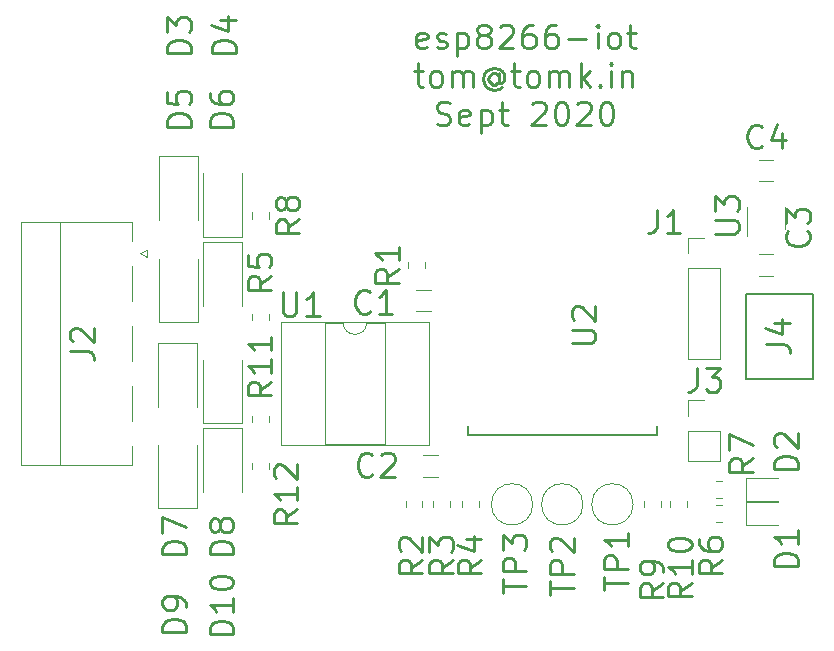
<source format=gbr>
%TF.GenerationSoftware,KiCad,Pcbnew,5.1.6-c6e7f7d~87~ubuntu20.04.1*%
%TF.CreationDate,2020-09-20T16:33:26-07:00*%
%TF.ProjectId,esp8266-iot,65737038-3236-4362-9d69-6f742e6b6963,rev?*%
%TF.SameCoordinates,Original*%
%TF.FileFunction,Legend,Top*%
%TF.FilePolarity,Positive*%
%FSLAX46Y46*%
G04 Gerber Fmt 4.6, Leading zero omitted, Abs format (unit mm)*
G04 Created by KiCad (PCBNEW 5.1.6-c6e7f7d~87~ubuntu20.04.1) date 2020-09-20 16:33:26*
%MOMM*%
%LPD*%
G01*
G04 APERTURE LIST*
%ADD10C,0.250000*%
%ADD11C,0.152400*%
%ADD12C,0.120000*%
%ADD13C,0.150000*%
G04 APERTURE END LIST*
D10*
X-733333Y24440476D02*
X-923809Y24345238D01*
X-1304761Y24345238D01*
X-1495238Y24440476D01*
X-1590476Y24630952D01*
X-1590476Y25392857D01*
X-1495238Y25583333D01*
X-1304761Y25678571D01*
X-923809Y25678571D01*
X-733333Y25583333D01*
X-638095Y25392857D01*
X-638095Y25202380D01*
X-1590476Y25011904D01*
X123809Y24440476D02*
X314285Y24345238D01*
X695238Y24345238D01*
X885714Y24440476D01*
X980952Y24630952D01*
X980952Y24726190D01*
X885714Y24916666D01*
X695238Y25011904D01*
X409523Y25011904D01*
X219047Y25107142D01*
X123809Y25297619D01*
X123809Y25392857D01*
X219047Y25583333D01*
X409523Y25678571D01*
X695238Y25678571D01*
X885714Y25583333D01*
X1838095Y25678571D02*
X1838095Y23678571D01*
X1838095Y25583333D02*
X2028571Y25678571D01*
X2409523Y25678571D01*
X2600000Y25583333D01*
X2695238Y25488095D01*
X2790476Y25297619D01*
X2790476Y24726190D01*
X2695238Y24535714D01*
X2600000Y24440476D01*
X2409523Y24345238D01*
X2028571Y24345238D01*
X1838095Y24440476D01*
X3933333Y25488095D02*
X3742857Y25583333D01*
X3647619Y25678571D01*
X3552380Y25869047D01*
X3552380Y25964285D01*
X3647619Y26154761D01*
X3742857Y26250000D01*
X3933333Y26345238D01*
X4314285Y26345238D01*
X4504761Y26250000D01*
X4599999Y26154761D01*
X4695238Y25964285D01*
X4695238Y25869047D01*
X4599999Y25678571D01*
X4504761Y25583333D01*
X4314285Y25488095D01*
X3933333Y25488095D01*
X3742857Y25392857D01*
X3647619Y25297619D01*
X3552380Y25107142D01*
X3552380Y24726190D01*
X3647619Y24535714D01*
X3742857Y24440476D01*
X3933333Y24345238D01*
X4314285Y24345238D01*
X4504761Y24440476D01*
X4599999Y24535714D01*
X4695238Y24726190D01*
X4695238Y25107142D01*
X4599999Y25297619D01*
X4504761Y25392857D01*
X4314285Y25488095D01*
X5457142Y26154761D02*
X5552380Y26250000D01*
X5742857Y26345238D01*
X6219047Y26345238D01*
X6409523Y26250000D01*
X6504761Y26154761D01*
X6600000Y25964285D01*
X6600000Y25773809D01*
X6504761Y25488095D01*
X5361904Y24345238D01*
X6600000Y24345238D01*
X8314285Y26345238D02*
X7933333Y26345238D01*
X7742857Y26250000D01*
X7647619Y26154761D01*
X7457142Y25869047D01*
X7361904Y25488095D01*
X7361904Y24726190D01*
X7457142Y24535714D01*
X7552380Y24440476D01*
X7742857Y24345238D01*
X8123809Y24345238D01*
X8314285Y24440476D01*
X8409523Y24535714D01*
X8504761Y24726190D01*
X8504761Y25202380D01*
X8409523Y25392857D01*
X8314285Y25488095D01*
X8123809Y25583333D01*
X7742857Y25583333D01*
X7552380Y25488095D01*
X7457142Y25392857D01*
X7361904Y25202380D01*
X10219047Y26345238D02*
X9838095Y26345238D01*
X9647619Y26250000D01*
X9552380Y26154761D01*
X9361904Y25869047D01*
X9266666Y25488095D01*
X9266666Y24726190D01*
X9361904Y24535714D01*
X9457142Y24440476D01*
X9647619Y24345238D01*
X10028571Y24345238D01*
X10219047Y24440476D01*
X10314285Y24535714D01*
X10409523Y24726190D01*
X10409523Y25202380D01*
X10314285Y25392857D01*
X10219047Y25488095D01*
X10028571Y25583333D01*
X9647619Y25583333D01*
X9457142Y25488095D01*
X9361904Y25392857D01*
X9266666Y25202380D01*
X11266666Y25107142D02*
X12790476Y25107142D01*
X13742857Y24345238D02*
X13742857Y25678571D01*
X13742857Y26345238D02*
X13647619Y26250000D01*
X13742857Y26154761D01*
X13838095Y26250000D01*
X13742857Y26345238D01*
X13742857Y26154761D01*
X14980952Y24345238D02*
X14790476Y24440476D01*
X14695238Y24535714D01*
X14599999Y24726190D01*
X14599999Y25297619D01*
X14695238Y25488095D01*
X14790476Y25583333D01*
X14980952Y25678571D01*
X15266666Y25678571D01*
X15457142Y25583333D01*
X15552380Y25488095D01*
X15647619Y25297619D01*
X15647619Y24726190D01*
X15552380Y24535714D01*
X15457142Y24440476D01*
X15266666Y24345238D01*
X14980952Y24345238D01*
X16219047Y25678571D02*
X16980952Y25678571D01*
X16504761Y26345238D02*
X16504761Y24630952D01*
X16599999Y24440476D01*
X16790476Y24345238D01*
X16980952Y24345238D01*
X-1780952Y22428571D02*
X-1019047Y22428571D01*
X-1495238Y23095238D02*
X-1495238Y21380952D01*
X-1400000Y21190476D01*
X-1209523Y21095238D01*
X-1019047Y21095238D01*
X-66666Y21095238D02*
X-257142Y21190476D01*
X-352380Y21285714D01*
X-447619Y21476190D01*
X-447619Y22047619D01*
X-352380Y22238095D01*
X-257142Y22333333D01*
X-66666Y22428571D01*
X219047Y22428571D01*
X409523Y22333333D01*
X504761Y22238095D01*
X600000Y22047619D01*
X600000Y21476190D01*
X504761Y21285714D01*
X409523Y21190476D01*
X219047Y21095238D01*
X-66666Y21095238D01*
X1457142Y21095238D02*
X1457142Y22428571D01*
X1457142Y22238095D02*
X1552380Y22333333D01*
X1742857Y22428571D01*
X2028571Y22428571D01*
X2219047Y22333333D01*
X2314285Y22142857D01*
X2314285Y21095238D01*
X2314285Y22142857D02*
X2409523Y22333333D01*
X2600000Y22428571D01*
X2885714Y22428571D01*
X3076190Y22333333D01*
X3171428Y22142857D01*
X3171428Y21095238D01*
X5361904Y22047619D02*
X5266666Y22142857D01*
X5076190Y22238095D01*
X4885714Y22238095D01*
X4695238Y22142857D01*
X4600000Y22047619D01*
X4504761Y21857142D01*
X4504761Y21666666D01*
X4600000Y21476190D01*
X4695238Y21380952D01*
X4885714Y21285714D01*
X5076190Y21285714D01*
X5266666Y21380952D01*
X5361904Y21476190D01*
X5361904Y22238095D02*
X5361904Y21476190D01*
X5457142Y21380952D01*
X5552380Y21380952D01*
X5742857Y21476190D01*
X5838095Y21666666D01*
X5838095Y22142857D01*
X5647619Y22428571D01*
X5361904Y22619047D01*
X4980952Y22714285D01*
X4600000Y22619047D01*
X4314285Y22428571D01*
X4123809Y22142857D01*
X4028571Y21761904D01*
X4123809Y21380952D01*
X4314285Y21095238D01*
X4600000Y20904761D01*
X4980952Y20809523D01*
X5361904Y20904761D01*
X5647619Y21095238D01*
X6409523Y22428571D02*
X7171428Y22428571D01*
X6695238Y23095238D02*
X6695238Y21380952D01*
X6790476Y21190476D01*
X6980952Y21095238D01*
X7171428Y21095238D01*
X8123809Y21095238D02*
X7933333Y21190476D01*
X7838095Y21285714D01*
X7742857Y21476190D01*
X7742857Y22047619D01*
X7838095Y22238095D01*
X7933333Y22333333D01*
X8123809Y22428571D01*
X8409523Y22428571D01*
X8600000Y22333333D01*
X8695238Y22238095D01*
X8790476Y22047619D01*
X8790476Y21476190D01*
X8695238Y21285714D01*
X8600000Y21190476D01*
X8409523Y21095238D01*
X8123809Y21095238D01*
X9647619Y21095238D02*
X9647619Y22428571D01*
X9647619Y22238095D02*
X9742857Y22333333D01*
X9933333Y22428571D01*
X10219047Y22428571D01*
X10409523Y22333333D01*
X10504761Y22142857D01*
X10504761Y21095238D01*
X10504761Y22142857D02*
X10600000Y22333333D01*
X10790476Y22428571D01*
X11076190Y22428571D01*
X11266666Y22333333D01*
X11361904Y22142857D01*
X11361904Y21095238D01*
X12314285Y21095238D02*
X12314285Y23095238D01*
X12504761Y21857142D02*
X13076190Y21095238D01*
X13076190Y22428571D02*
X12314285Y21666666D01*
X13933333Y21285714D02*
X14028571Y21190476D01*
X13933333Y21095238D01*
X13838095Y21190476D01*
X13933333Y21285714D01*
X13933333Y21095238D01*
X14885714Y21095238D02*
X14885714Y22428571D01*
X14885714Y23095238D02*
X14790476Y23000000D01*
X14885714Y22904761D01*
X14980952Y23000000D01*
X14885714Y23095238D01*
X14885714Y22904761D01*
X15838095Y22428571D02*
X15838095Y21095238D01*
X15838095Y22238095D02*
X15933333Y22333333D01*
X16123809Y22428571D01*
X16409523Y22428571D01*
X16600000Y22333333D01*
X16695238Y22142857D01*
X16695238Y21095238D01*
X123809Y17940476D02*
X409523Y17845238D01*
X885714Y17845238D01*
X1076190Y17940476D01*
X1171428Y18035714D01*
X1266666Y18226190D01*
X1266666Y18416666D01*
X1171428Y18607142D01*
X1076190Y18702380D01*
X885714Y18797619D01*
X504761Y18892857D01*
X314285Y18988095D01*
X219047Y19083333D01*
X123809Y19273809D01*
X123809Y19464285D01*
X219047Y19654761D01*
X314285Y19750000D01*
X504761Y19845238D01*
X980952Y19845238D01*
X1266666Y19750000D01*
X2885714Y17940476D02*
X2695238Y17845238D01*
X2314285Y17845238D01*
X2123809Y17940476D01*
X2028571Y18130952D01*
X2028571Y18892857D01*
X2123809Y19083333D01*
X2314285Y19178571D01*
X2695238Y19178571D01*
X2885714Y19083333D01*
X2980952Y18892857D01*
X2980952Y18702380D01*
X2028571Y18511904D01*
X3838095Y19178571D02*
X3838095Y17178571D01*
X3838095Y19083333D02*
X4028571Y19178571D01*
X4409523Y19178571D01*
X4599999Y19083333D01*
X4695238Y18988095D01*
X4790476Y18797619D01*
X4790476Y18226190D01*
X4695238Y18035714D01*
X4599999Y17940476D01*
X4409523Y17845238D01*
X4028571Y17845238D01*
X3838095Y17940476D01*
X5361904Y19178571D02*
X6123809Y19178571D01*
X5647619Y19845238D02*
X5647619Y18130952D01*
X5742857Y17940476D01*
X5933333Y17845238D01*
X6123809Y17845238D01*
X8219047Y19654761D02*
X8314285Y19750000D01*
X8504761Y19845238D01*
X8980952Y19845238D01*
X9171428Y19750000D01*
X9266666Y19654761D01*
X9361904Y19464285D01*
X9361904Y19273809D01*
X9266666Y18988095D01*
X8123809Y17845238D01*
X9361904Y17845238D01*
X10599999Y19845238D02*
X10790476Y19845238D01*
X10980952Y19750000D01*
X11076190Y19654761D01*
X11171428Y19464285D01*
X11266666Y19083333D01*
X11266666Y18607142D01*
X11171428Y18226190D01*
X11076190Y18035714D01*
X10980952Y17940476D01*
X10790476Y17845238D01*
X10599999Y17845238D01*
X10409523Y17940476D01*
X10314285Y18035714D01*
X10219047Y18226190D01*
X10123809Y18607142D01*
X10123809Y19083333D01*
X10219047Y19464285D01*
X10314285Y19654761D01*
X10409523Y19750000D01*
X10599999Y19845238D01*
X12028571Y19654761D02*
X12123809Y19750000D01*
X12314285Y19845238D01*
X12790476Y19845238D01*
X12980952Y19750000D01*
X13076190Y19654761D01*
X13171428Y19464285D01*
X13171428Y19273809D01*
X13076190Y18988095D01*
X11933333Y17845238D01*
X13171428Y17845238D01*
X14409523Y19845238D02*
X14599999Y19845238D01*
X14790476Y19750000D01*
X14885714Y19654761D01*
X14980952Y19464285D01*
X15076190Y19083333D01*
X15076190Y18607142D01*
X14980952Y18226190D01*
X14885714Y18035714D01*
X14790476Y17940476D01*
X14599999Y17845238D01*
X14409523Y17845238D01*
X14219047Y17940476D01*
X14123809Y18035714D01*
X14028571Y18226190D01*
X13933333Y18607142D01*
X13933333Y19083333D01*
X14028571Y19464285D01*
X14123809Y19654761D01*
X14219047Y19750000D01*
X14409523Y19845238D01*
D11*
%TO.C,U2*%
X2734000Y-7609000D02*
X2734000Y-8371000D01*
X2734000Y-8371000D02*
X18736000Y-8371000D01*
X18736000Y-8371000D02*
X18736000Y-7609000D01*
D12*
%TO.C,U1*%
X-7800000Y1140000D02*
X-9335000Y1140000D01*
X-9335000Y1140000D02*
X-9335000Y-9140000D01*
X-9335000Y-9140000D02*
X-4265000Y-9140000D01*
X-4265000Y-9140000D02*
X-4265000Y1140000D01*
X-4265000Y1140000D02*
X-5800000Y1140000D01*
X-13035000Y1200000D02*
X-13035000Y-9200000D01*
X-13035000Y-9200000D02*
X-565000Y-9200000D01*
X-565000Y-9200000D02*
X-565000Y1200000D01*
X-565000Y1200000D02*
X-13035000Y1200000D01*
X-5800000Y1140000D02*
G75*
G02*
X-7800000Y1140000I-1000000J0D01*
G01*
%TO.C,TP3*%
X8250000Y-14250000D02*
G75*
G03*
X8250000Y-14250000I-1750000J0D01*
G01*
%TO.C,TP2*%
X12500000Y-14250000D02*
G75*
G03*
X12500000Y-14250000I-1750000J0D01*
G01*
%TO.C,TP1*%
X16750000Y-14250000D02*
G75*
G03*
X16750000Y-14250000I-1750000J0D01*
G01*
%TO.C,U3*%
X26390000Y10900000D02*
X26390000Y8450000D01*
X29610000Y9100000D02*
X29610000Y10900000D01*
%TO.C,R12*%
X-15510000Y-10741422D02*
X-15510000Y-11258578D01*
X-14090000Y-10741422D02*
X-14090000Y-11258578D01*
%TO.C,R11*%
X-15510000Y-6741422D02*
X-15510000Y-7258578D01*
X-14090000Y-6741422D02*
X-14090000Y-7258578D01*
%TO.C,R10*%
X19890000Y-13941422D02*
X19890000Y-14458578D01*
X21310000Y-13941422D02*
X21310000Y-14458578D01*
%TO.C,R9*%
X19110000Y-14508578D02*
X19110000Y-13991422D01*
X17690000Y-14508578D02*
X17690000Y-13991422D01*
%TO.C,R8*%
X-14090000Y9941422D02*
X-14090000Y10458578D01*
X-15510000Y9941422D02*
X-15510000Y10458578D01*
%TO.C,R7*%
X24258578Y-12290000D02*
X23741422Y-12290000D01*
X24258578Y-13710000D02*
X23741422Y-13710000D01*
%TO.C,R6*%
X24258578Y-14290000D02*
X23741422Y-14290000D01*
X24258578Y-15710000D02*
X23741422Y-15710000D01*
%TO.C,R5*%
X-14090000Y1341422D02*
X-14090000Y1858578D01*
X-15510000Y1341422D02*
X-15510000Y1858578D01*
%TO.C,R4*%
X3710000Y-14508578D02*
X3710000Y-13991422D01*
X2290000Y-14508578D02*
X2290000Y-13991422D01*
%TO.C,R3*%
X-210000Y-14508578D02*
X-210000Y-13991422D01*
X1210000Y-14508578D02*
X1210000Y-13991422D01*
%TO.C,R2*%
X-1090000Y-14458578D02*
X-1090000Y-13941422D01*
X-2510000Y-14458578D02*
X-2510000Y-13941422D01*
%TO.C,R1*%
X-2310000Y6258578D02*
X-2310000Y5741422D01*
X-890000Y6258578D02*
X-890000Y5741422D01*
D13*
%TO.C,J4*%
X26350000Y3600000D02*
X32000000Y3600000D01*
X26350000Y-3600000D02*
X26350000Y3600000D01*
X32000000Y-3600000D02*
X26350000Y-3600000D01*
X32000000Y-3600000D02*
X32000000Y3600000D01*
D12*
%TO.C,J3*%
X21420000Y-10620000D02*
X24080000Y-10620000D01*
X21420000Y-8020000D02*
X21420000Y-10620000D01*
X24080000Y-8020000D02*
X24080000Y-10620000D01*
X21420000Y-8020000D02*
X24080000Y-8020000D01*
X21420000Y-6750000D02*
X21420000Y-5420000D01*
X21420000Y-5420000D02*
X22750000Y-5420000D01*
%TO.C,J2*%
X-25690000Y9650000D02*
X-35110000Y9650000D01*
X-35110000Y9650000D02*
X-35110000Y-10890000D01*
X-35110000Y-10890000D02*
X-25690000Y-10890000D01*
X-25690000Y9650000D02*
X-25690000Y8050000D01*
X-25690000Y-10890000D02*
X-25690000Y-9290000D01*
X-25690000Y5950000D02*
X-25690000Y2970000D01*
X-25690000Y870000D02*
X-25690000Y-2110000D01*
X-25690000Y-4210000D02*
X-25690000Y-7190000D01*
X-31800000Y9650000D02*
X-31800000Y-10890000D01*
X-24400000Y6700000D02*
X-25000000Y7000000D01*
X-25000000Y7000000D02*
X-24400000Y7300000D01*
X-24400000Y7300000D02*
X-24400000Y6700000D01*
%TO.C,J1*%
X21420000Y8330000D02*
X22750000Y8330000D01*
X21420000Y7000000D02*
X21420000Y8330000D01*
X21420000Y5730000D02*
X24080000Y5730000D01*
X24080000Y5730000D02*
X24080000Y-1950000D01*
X21420000Y5730000D02*
X21420000Y-1950000D01*
X21420000Y-1950000D02*
X24080000Y-1950000D01*
%TO.C,D10*%
X-16350000Y-7800000D02*
X-16350000Y-13200000D01*
X-19650000Y-7800000D02*
X-19650000Y-13200000D01*
X-16350000Y-7800000D02*
X-19650000Y-7800000D01*
%TO.C,D9*%
X-23450000Y-14600000D02*
X-23450000Y-9200000D01*
X-20150000Y-14600000D02*
X-20150000Y-9200000D01*
X-23450000Y-14600000D02*
X-20150000Y-14600000D01*
%TO.C,D8*%
X-19650000Y-7400000D02*
X-19650000Y-2000000D01*
X-16350000Y-7400000D02*
X-16350000Y-2000000D01*
X-19650000Y-7400000D02*
X-16350000Y-7400000D01*
%TO.C,D7*%
X-20150000Y-600000D02*
X-20150000Y-6000000D01*
X-23450000Y-600000D02*
X-23450000Y-6000000D01*
X-20150000Y-600000D02*
X-23450000Y-600000D01*
%TO.C,D6*%
X-16350000Y7950000D02*
X-16350000Y2550000D01*
X-19650000Y7950000D02*
X-19650000Y2550000D01*
X-16350000Y7950000D02*
X-19650000Y7950000D01*
%TO.C,D5*%
X-23400000Y1150000D02*
X-23400000Y6550000D01*
X-20100000Y1150000D02*
X-20100000Y6550000D01*
X-23400000Y1150000D02*
X-20100000Y1150000D01*
%TO.C,D4*%
X-19650000Y8400000D02*
X-19650000Y13800000D01*
X-16350000Y8400000D02*
X-16350000Y13800000D01*
X-19650000Y8400000D02*
X-16350000Y8400000D01*
%TO.C,D3*%
X-20100000Y15200000D02*
X-20100000Y9800000D01*
X-23400000Y15200000D02*
X-23400000Y9800000D01*
X-20100000Y15200000D02*
X-23400000Y15200000D01*
%TO.C,D2*%
X29000000Y-12040000D02*
X26315000Y-12040000D01*
X26315000Y-12040000D02*
X26315000Y-13960000D01*
X26315000Y-13960000D02*
X29000000Y-13960000D01*
%TO.C,D1*%
X29000000Y-14040000D02*
X26315000Y-14040000D01*
X26315000Y-14040000D02*
X26315000Y-15960000D01*
X26315000Y-15960000D02*
X29000000Y-15960000D01*
%TO.C,C4*%
X27397936Y13090000D02*
X28602064Y13090000D01*
X27397936Y14910000D02*
X28602064Y14910000D01*
%TO.C,C3*%
X27397936Y5090000D02*
X28602064Y5090000D01*
X27397936Y6910000D02*
X28602064Y6910000D01*
%TO.C,C2*%
X-1002064Y-11910000D02*
X202064Y-11910000D01*
X-1002064Y-10090000D02*
X202064Y-10090000D01*
%TO.C,C1*%
X-1602064Y2090000D02*
X-397936Y2090000D01*
X-1602064Y3910000D02*
X-397936Y3910000D01*
%TO.C,U2*%
D10*
X11544761Y-623809D02*
X13163809Y-623809D01*
X13354285Y-528571D01*
X13449523Y-433333D01*
X13544761Y-242857D01*
X13544761Y138095D01*
X13449523Y328571D01*
X13354285Y423809D01*
X13163809Y519047D01*
X11544761Y519047D01*
X11735238Y1376190D02*
X11640000Y1471428D01*
X11544761Y1661904D01*
X11544761Y2138095D01*
X11640000Y2328571D01*
X11735238Y2423809D01*
X11925714Y2519047D01*
X12116190Y2519047D01*
X12401904Y2423809D01*
X13544761Y1280952D01*
X13544761Y2519047D01*
%TO.C,U1*%
X-12923809Y3695238D02*
X-12923809Y2076190D01*
X-12828571Y1885714D01*
X-12733333Y1790476D01*
X-12542857Y1695238D01*
X-12161904Y1695238D01*
X-11971428Y1790476D01*
X-11876190Y1885714D01*
X-11780952Y2076190D01*
X-11780952Y3695238D01*
X-9780952Y1695238D02*
X-10923809Y1695238D01*
X-10352380Y1695238D02*
X-10352380Y3695238D01*
X-10542857Y3409523D01*
X-10733333Y3219047D01*
X-10923809Y3123809D01*
%TO.C,TP3*%
X5704761Y-21723809D02*
X5704761Y-20580952D01*
X7704761Y-21152380D02*
X5704761Y-21152380D01*
X7704761Y-19914285D02*
X5704761Y-19914285D01*
X5704761Y-19152380D01*
X5800000Y-18961904D01*
X5895238Y-18866666D01*
X6085714Y-18771428D01*
X6371428Y-18771428D01*
X6561904Y-18866666D01*
X6657142Y-18961904D01*
X6752380Y-19152380D01*
X6752380Y-19914285D01*
X5704761Y-18104761D02*
X5704761Y-16866666D01*
X6466666Y-17533333D01*
X6466666Y-17247619D01*
X6561904Y-17057142D01*
X6657142Y-16961904D01*
X6847619Y-16866666D01*
X7323809Y-16866666D01*
X7514285Y-16961904D01*
X7609523Y-17057142D01*
X7704761Y-17247619D01*
X7704761Y-17819047D01*
X7609523Y-18009523D01*
X7514285Y-18104761D01*
%TO.C,TP2*%
X9704761Y-21923809D02*
X9704761Y-20780952D01*
X11704761Y-21352380D02*
X9704761Y-21352380D01*
X11704761Y-20114285D02*
X9704761Y-20114285D01*
X9704761Y-19352380D01*
X9800000Y-19161904D01*
X9895238Y-19066666D01*
X10085714Y-18971428D01*
X10371428Y-18971428D01*
X10561904Y-19066666D01*
X10657142Y-19161904D01*
X10752380Y-19352380D01*
X10752380Y-20114285D01*
X9895238Y-18209523D02*
X9800000Y-18114285D01*
X9704761Y-17923809D01*
X9704761Y-17447619D01*
X9800000Y-17257142D01*
X9895238Y-17161904D01*
X10085714Y-17066666D01*
X10276190Y-17066666D01*
X10561904Y-17161904D01*
X11704761Y-18304761D01*
X11704761Y-17066666D01*
%TO.C,TP1*%
X14304761Y-21523809D02*
X14304761Y-20380952D01*
X16304761Y-20952380D02*
X14304761Y-20952380D01*
X16304761Y-19714285D02*
X14304761Y-19714285D01*
X14304761Y-18952380D01*
X14400000Y-18761904D01*
X14495238Y-18666666D01*
X14685714Y-18571428D01*
X14971428Y-18571428D01*
X15161904Y-18666666D01*
X15257142Y-18761904D01*
X15352380Y-18952380D01*
X15352380Y-19714285D01*
X16304761Y-16666666D02*
X16304761Y-17809523D01*
X16304761Y-17238095D02*
X14304761Y-17238095D01*
X14590476Y-17428571D01*
X14780952Y-17619047D01*
X14876190Y-17809523D01*
%TO.C,U3*%
X23704761Y8676190D02*
X25323809Y8676190D01*
X25514285Y8771428D01*
X25609523Y8866666D01*
X25704761Y9057142D01*
X25704761Y9438095D01*
X25609523Y9628571D01*
X25514285Y9723809D01*
X25323809Y9819047D01*
X23704761Y9819047D01*
X23704761Y10580952D02*
X23704761Y11819047D01*
X24466666Y11152380D01*
X24466666Y11438095D01*
X24561904Y11628571D01*
X24657142Y11723809D01*
X24847619Y11819047D01*
X25323809Y11819047D01*
X25514285Y11723809D01*
X25609523Y11628571D01*
X25704761Y11438095D01*
X25704761Y10866666D01*
X25609523Y10676190D01*
X25514285Y10580952D01*
%TO.C,R12*%
X-11695238Y-14685714D02*
X-12647619Y-15352380D01*
X-11695238Y-15828571D02*
X-13695238Y-15828571D01*
X-13695238Y-15066666D01*
X-13600000Y-14876190D01*
X-13504761Y-14780952D01*
X-13314285Y-14685714D01*
X-13028571Y-14685714D01*
X-12838095Y-14780952D01*
X-12742857Y-14876190D01*
X-12647619Y-15066666D01*
X-12647619Y-15828571D01*
X-11695238Y-12780952D02*
X-11695238Y-13923809D01*
X-11695238Y-13352380D02*
X-13695238Y-13352380D01*
X-13409523Y-13542857D01*
X-13219047Y-13733333D01*
X-13123809Y-13923809D01*
X-13504761Y-12019047D02*
X-13600000Y-11923809D01*
X-13695238Y-11733333D01*
X-13695238Y-11257142D01*
X-13600000Y-11066666D01*
X-13504761Y-10971428D01*
X-13314285Y-10876190D01*
X-13123809Y-10876190D01*
X-12838095Y-10971428D01*
X-11695238Y-12114285D01*
X-11695238Y-10876190D01*
%TO.C,R11*%
X-13895238Y-3885714D02*
X-14847619Y-4552380D01*
X-13895238Y-5028571D02*
X-15895238Y-5028571D01*
X-15895238Y-4266666D01*
X-15800000Y-4076190D01*
X-15704761Y-3980952D01*
X-15514285Y-3885714D01*
X-15228571Y-3885714D01*
X-15038095Y-3980952D01*
X-14942857Y-4076190D01*
X-14847619Y-4266666D01*
X-14847619Y-5028571D01*
X-13895238Y-1980952D02*
X-13895238Y-3123809D01*
X-13895238Y-2552380D02*
X-15895238Y-2552380D01*
X-15609523Y-2742857D01*
X-15419047Y-2933333D01*
X-15323809Y-3123809D01*
X-13895238Y-76190D02*
X-13895238Y-1219047D01*
X-13895238Y-647619D02*
X-15895238Y-647619D01*
X-15609523Y-838095D01*
X-15419047Y-1028571D01*
X-15323809Y-1219047D01*
%TO.C,R10*%
X21704761Y-20885714D02*
X20752380Y-21552380D01*
X21704761Y-22028571D02*
X19704761Y-22028571D01*
X19704761Y-21266666D01*
X19800000Y-21076190D01*
X19895238Y-20980952D01*
X20085714Y-20885714D01*
X20371428Y-20885714D01*
X20561904Y-20980952D01*
X20657142Y-21076190D01*
X20752380Y-21266666D01*
X20752380Y-22028571D01*
X21704761Y-18980952D02*
X21704761Y-20123809D01*
X21704761Y-19552380D02*
X19704761Y-19552380D01*
X19990476Y-19742857D01*
X20180952Y-19933333D01*
X20276190Y-20123809D01*
X19704761Y-17742857D02*
X19704761Y-17552380D01*
X19800000Y-17361904D01*
X19895238Y-17266666D01*
X20085714Y-17171428D01*
X20466666Y-17076190D01*
X20942857Y-17076190D01*
X21323809Y-17171428D01*
X21514285Y-17266666D01*
X21609523Y-17361904D01*
X21704761Y-17552380D01*
X21704761Y-17742857D01*
X21609523Y-17933333D01*
X21514285Y-18028571D01*
X21323809Y-18123809D01*
X20942857Y-18219047D01*
X20466666Y-18219047D01*
X20085714Y-18123809D01*
X19895238Y-18028571D01*
X19800000Y-17933333D01*
X19704761Y-17742857D01*
%TO.C,R9*%
X19304761Y-20933333D02*
X18352380Y-21600000D01*
X19304761Y-22076190D02*
X17304761Y-22076190D01*
X17304761Y-21314285D01*
X17400000Y-21123809D01*
X17495238Y-21028571D01*
X17685714Y-20933333D01*
X17971428Y-20933333D01*
X18161904Y-21028571D01*
X18257142Y-21123809D01*
X18352380Y-21314285D01*
X18352380Y-22076190D01*
X19304761Y-19980952D02*
X19304761Y-19600000D01*
X19209523Y-19409523D01*
X19114285Y-19314285D01*
X18828571Y-19123809D01*
X18447619Y-19028571D01*
X17685714Y-19028571D01*
X17495238Y-19123809D01*
X17400000Y-19219047D01*
X17304761Y-19409523D01*
X17304761Y-19790476D01*
X17400000Y-19980952D01*
X17495238Y-20076190D01*
X17685714Y-20171428D01*
X18161904Y-20171428D01*
X18352380Y-20076190D01*
X18447619Y-19980952D01*
X18542857Y-19790476D01*
X18542857Y-19409523D01*
X18447619Y-19219047D01*
X18352380Y-19123809D01*
X18161904Y-19028571D01*
%TO.C,R8*%
X-11495238Y9866666D02*
X-12447619Y9200000D01*
X-11495238Y8723809D02*
X-13495238Y8723809D01*
X-13495238Y9485714D01*
X-13400000Y9676190D01*
X-13304761Y9771428D01*
X-13114285Y9866666D01*
X-12828571Y9866666D01*
X-12638095Y9771428D01*
X-12542857Y9676190D01*
X-12447619Y9485714D01*
X-12447619Y8723809D01*
X-12638095Y11009523D02*
X-12733333Y10819047D01*
X-12828571Y10723809D01*
X-13019047Y10628571D01*
X-13114285Y10628571D01*
X-13304761Y10723809D01*
X-13400000Y10819047D01*
X-13495238Y11009523D01*
X-13495238Y11390476D01*
X-13400000Y11580952D01*
X-13304761Y11676190D01*
X-13114285Y11771428D01*
X-13019047Y11771428D01*
X-12828571Y11676190D01*
X-12733333Y11580952D01*
X-12638095Y11390476D01*
X-12638095Y11009523D01*
X-12542857Y10819047D01*
X-12447619Y10723809D01*
X-12257142Y10628571D01*
X-11876190Y10628571D01*
X-11685714Y10723809D01*
X-11590476Y10819047D01*
X-11495238Y11009523D01*
X-11495238Y11390476D01*
X-11590476Y11580952D01*
X-11685714Y11676190D01*
X-11876190Y11771428D01*
X-12257142Y11771428D01*
X-12447619Y11676190D01*
X-12542857Y11580952D01*
X-12638095Y11390476D01*
%TO.C,R7*%
X26904761Y-10333333D02*
X25952380Y-11000000D01*
X26904761Y-11476190D02*
X24904761Y-11476190D01*
X24904761Y-10714285D01*
X25000000Y-10523809D01*
X25095238Y-10428571D01*
X25285714Y-10333333D01*
X25571428Y-10333333D01*
X25761904Y-10428571D01*
X25857142Y-10523809D01*
X25952380Y-10714285D01*
X25952380Y-11476190D01*
X24904761Y-9666666D02*
X24904761Y-8333333D01*
X26904761Y-9190476D01*
%TO.C,R6*%
X24304761Y-18933333D02*
X23352380Y-19600000D01*
X24304761Y-20076190D02*
X22304761Y-20076190D01*
X22304761Y-19314285D01*
X22400000Y-19123809D01*
X22495238Y-19028571D01*
X22685714Y-18933333D01*
X22971428Y-18933333D01*
X23161904Y-19028571D01*
X23257142Y-19123809D01*
X23352380Y-19314285D01*
X23352380Y-20076190D01*
X22304761Y-17219047D02*
X22304761Y-17600000D01*
X22400000Y-17790476D01*
X22495238Y-17885714D01*
X22780952Y-18076190D01*
X23161904Y-18171428D01*
X23923809Y-18171428D01*
X24114285Y-18076190D01*
X24209523Y-17980952D01*
X24304761Y-17790476D01*
X24304761Y-17409523D01*
X24209523Y-17219047D01*
X24114285Y-17123809D01*
X23923809Y-17028571D01*
X23447619Y-17028571D01*
X23257142Y-17123809D01*
X23161904Y-17219047D01*
X23066666Y-17409523D01*
X23066666Y-17790476D01*
X23161904Y-17980952D01*
X23257142Y-18076190D01*
X23447619Y-18171428D01*
%TO.C,R5*%
X-13895238Y5066666D02*
X-14847619Y4400000D01*
X-13895238Y3923809D02*
X-15895238Y3923809D01*
X-15895238Y4685714D01*
X-15800000Y4876190D01*
X-15704761Y4971428D01*
X-15514285Y5066666D01*
X-15228571Y5066666D01*
X-15038095Y4971428D01*
X-14942857Y4876190D01*
X-14847619Y4685714D01*
X-14847619Y3923809D01*
X-15895238Y6876190D02*
X-15895238Y5923809D01*
X-14942857Y5828571D01*
X-15038095Y5923809D01*
X-15133333Y6114285D01*
X-15133333Y6590476D01*
X-15038095Y6780952D01*
X-14942857Y6876190D01*
X-14752380Y6971428D01*
X-14276190Y6971428D01*
X-14085714Y6876190D01*
X-13990476Y6780952D01*
X-13895238Y6590476D01*
X-13895238Y6114285D01*
X-13990476Y5923809D01*
X-14085714Y5828571D01*
%TO.C,R4*%
X3904761Y-18933333D02*
X2952380Y-19600000D01*
X3904761Y-20076190D02*
X1904761Y-20076190D01*
X1904761Y-19314285D01*
X2000000Y-19123809D01*
X2095238Y-19028571D01*
X2285714Y-18933333D01*
X2571428Y-18933333D01*
X2761904Y-19028571D01*
X2857142Y-19123809D01*
X2952380Y-19314285D01*
X2952380Y-20076190D01*
X2571428Y-17219047D02*
X3904761Y-17219047D01*
X1809523Y-17695238D02*
X3238095Y-18171428D01*
X3238095Y-16933333D01*
%TO.C,R3*%
X1504761Y-18933333D02*
X552380Y-19600000D01*
X1504761Y-20076190D02*
X-495238Y-20076190D01*
X-495238Y-19314285D01*
X-400000Y-19123809D01*
X-304761Y-19028571D01*
X-114285Y-18933333D01*
X171428Y-18933333D01*
X361904Y-19028571D01*
X457142Y-19123809D01*
X552380Y-19314285D01*
X552380Y-20076190D01*
X-495238Y-18266666D02*
X-495238Y-17028571D01*
X266666Y-17695238D01*
X266666Y-17409523D01*
X361904Y-17219047D01*
X457142Y-17123809D01*
X647619Y-17028571D01*
X1123809Y-17028571D01*
X1314285Y-17123809D01*
X1409523Y-17219047D01*
X1504761Y-17409523D01*
X1504761Y-17980952D01*
X1409523Y-18171428D01*
X1314285Y-18266666D01*
%TO.C,R2*%
X-1095238Y-18933333D02*
X-2047619Y-19600000D01*
X-1095238Y-20076190D02*
X-3095238Y-20076190D01*
X-3095238Y-19314285D01*
X-3000000Y-19123809D01*
X-2904761Y-19028571D01*
X-2714285Y-18933333D01*
X-2428571Y-18933333D01*
X-2238095Y-19028571D01*
X-2142857Y-19123809D01*
X-2047619Y-19314285D01*
X-2047619Y-20076190D01*
X-2904761Y-18171428D02*
X-3000000Y-18076190D01*
X-3095238Y-17885714D01*
X-3095238Y-17409523D01*
X-3000000Y-17219047D01*
X-2904761Y-17123809D01*
X-2714285Y-17028571D01*
X-2523809Y-17028571D01*
X-2238095Y-17123809D01*
X-1095238Y-18266666D01*
X-1095238Y-17028571D01*
%TO.C,R1*%
X-3095238Y5666666D02*
X-4047619Y5000000D01*
X-3095238Y4523809D02*
X-5095238Y4523809D01*
X-5095238Y5285714D01*
X-5000000Y5476190D01*
X-4904761Y5571428D01*
X-4714285Y5666666D01*
X-4428571Y5666666D01*
X-4238095Y5571428D01*
X-4142857Y5476190D01*
X-4047619Y5285714D01*
X-4047619Y4523809D01*
X-3095238Y7571428D02*
X-3095238Y6428571D01*
X-3095238Y7000000D02*
X-5095238Y7000000D01*
X-4809523Y6809523D01*
X-4619047Y6619047D01*
X-4523809Y6428571D01*
%TO.C,J4*%
X28004761Y-666666D02*
X29433333Y-666666D01*
X29719047Y-761904D01*
X29909523Y-952380D01*
X30004761Y-1238095D01*
X30004761Y-1428571D01*
X28671428Y1142857D02*
X30004761Y1142857D01*
X27909523Y666666D02*
X29338095Y190476D01*
X29338095Y1428571D01*
%TO.C,J3*%
X22133333Y-2704761D02*
X22133333Y-4133333D01*
X22038095Y-4419047D01*
X21847619Y-4609523D01*
X21561904Y-4704761D01*
X21371428Y-4704761D01*
X22895238Y-2704761D02*
X24133333Y-2704761D01*
X23466666Y-3466666D01*
X23752380Y-3466666D01*
X23942857Y-3561904D01*
X24038095Y-3657142D01*
X24133333Y-3847619D01*
X24133333Y-4323809D01*
X24038095Y-4514285D01*
X23942857Y-4609523D01*
X23752380Y-4704761D01*
X23180952Y-4704761D01*
X22990476Y-4609523D01*
X22895238Y-4514285D01*
%TO.C,J2*%
X-30895238Y-1286666D02*
X-29466666Y-1286666D01*
X-29180952Y-1381904D01*
X-28990476Y-1572380D01*
X-28895238Y-1858095D01*
X-28895238Y-2048571D01*
X-30704761Y-429523D02*
X-30800000Y-334285D01*
X-30895238Y-143809D01*
X-30895238Y332380D01*
X-30800000Y522857D01*
X-30704761Y618095D01*
X-30514285Y713333D01*
X-30323809Y713333D01*
X-30038095Y618095D01*
X-28895238Y-524761D01*
X-28895238Y713333D01*
%TO.C,J1*%
X18733333Y10695238D02*
X18733333Y9266666D01*
X18638095Y8980952D01*
X18447619Y8790476D01*
X18161904Y8695238D01*
X17971428Y8695238D01*
X20733333Y8695238D02*
X19590476Y8695238D01*
X20161904Y8695238D02*
X20161904Y10695238D01*
X19971428Y10409523D01*
X19780952Y10219047D01*
X19590476Y10123809D01*
%TO.C,D10*%
X-17095238Y-25228571D02*
X-19095238Y-25228571D01*
X-19095238Y-24752380D01*
X-19000000Y-24466666D01*
X-18809523Y-24276190D01*
X-18619047Y-24180952D01*
X-18238095Y-24085714D01*
X-17952380Y-24085714D01*
X-17571428Y-24180952D01*
X-17380952Y-24276190D01*
X-17190476Y-24466666D01*
X-17095238Y-24752380D01*
X-17095238Y-25228571D01*
X-17095238Y-22180952D02*
X-17095238Y-23323809D01*
X-17095238Y-22752380D02*
X-19095238Y-22752380D01*
X-18809523Y-22942857D01*
X-18619047Y-23133333D01*
X-18523809Y-23323809D01*
X-19095238Y-20942857D02*
X-19095238Y-20752380D01*
X-19000000Y-20561904D01*
X-18904761Y-20466666D01*
X-18714285Y-20371428D01*
X-18333333Y-20276190D01*
X-17857142Y-20276190D01*
X-17476190Y-20371428D01*
X-17285714Y-20466666D01*
X-17190476Y-20561904D01*
X-17095238Y-20752380D01*
X-17095238Y-20942857D01*
X-17190476Y-21133333D01*
X-17285714Y-21228571D01*
X-17476190Y-21323809D01*
X-17857142Y-21419047D01*
X-18333333Y-21419047D01*
X-18714285Y-21323809D01*
X-18904761Y-21228571D01*
X-19000000Y-21133333D01*
X-19095238Y-20942857D01*
%TO.C,D9*%
X-21095238Y-25076190D02*
X-23095238Y-25076190D01*
X-23095238Y-24600000D01*
X-23000000Y-24314285D01*
X-22809523Y-24123809D01*
X-22619047Y-24028571D01*
X-22238095Y-23933333D01*
X-21952380Y-23933333D01*
X-21571428Y-24028571D01*
X-21380952Y-24123809D01*
X-21190476Y-24314285D01*
X-21095238Y-24600000D01*
X-21095238Y-25076190D01*
X-21095238Y-22980952D02*
X-21095238Y-22600000D01*
X-21190476Y-22409523D01*
X-21285714Y-22314285D01*
X-21571428Y-22123809D01*
X-21952380Y-22028571D01*
X-22714285Y-22028571D01*
X-22904761Y-22123809D01*
X-23000000Y-22219047D01*
X-23095238Y-22409523D01*
X-23095238Y-22790476D01*
X-23000000Y-22980952D01*
X-22904761Y-23076190D01*
X-22714285Y-23171428D01*
X-22238095Y-23171428D01*
X-22047619Y-23076190D01*
X-21952380Y-22980952D01*
X-21857142Y-22790476D01*
X-21857142Y-22409523D01*
X-21952380Y-22219047D01*
X-22047619Y-22123809D01*
X-22238095Y-22028571D01*
%TO.C,D8*%
X-17095238Y-18476190D02*
X-19095238Y-18476190D01*
X-19095238Y-18000000D01*
X-19000000Y-17714285D01*
X-18809523Y-17523809D01*
X-18619047Y-17428571D01*
X-18238095Y-17333333D01*
X-17952380Y-17333333D01*
X-17571428Y-17428571D01*
X-17380952Y-17523809D01*
X-17190476Y-17714285D01*
X-17095238Y-18000000D01*
X-17095238Y-18476190D01*
X-18238095Y-16190476D02*
X-18333333Y-16380952D01*
X-18428571Y-16476190D01*
X-18619047Y-16571428D01*
X-18714285Y-16571428D01*
X-18904761Y-16476190D01*
X-19000000Y-16380952D01*
X-19095238Y-16190476D01*
X-19095238Y-15809523D01*
X-19000000Y-15619047D01*
X-18904761Y-15523809D01*
X-18714285Y-15428571D01*
X-18619047Y-15428571D01*
X-18428571Y-15523809D01*
X-18333333Y-15619047D01*
X-18238095Y-15809523D01*
X-18238095Y-16190476D01*
X-18142857Y-16380952D01*
X-18047619Y-16476190D01*
X-17857142Y-16571428D01*
X-17476190Y-16571428D01*
X-17285714Y-16476190D01*
X-17190476Y-16380952D01*
X-17095238Y-16190476D01*
X-17095238Y-15809523D01*
X-17190476Y-15619047D01*
X-17285714Y-15523809D01*
X-17476190Y-15428571D01*
X-17857142Y-15428571D01*
X-18047619Y-15523809D01*
X-18142857Y-15619047D01*
X-18238095Y-15809523D01*
%TO.C,D7*%
X-21095238Y-18476190D02*
X-23095238Y-18476190D01*
X-23095238Y-18000000D01*
X-23000000Y-17714285D01*
X-22809523Y-17523809D01*
X-22619047Y-17428571D01*
X-22238095Y-17333333D01*
X-21952380Y-17333333D01*
X-21571428Y-17428571D01*
X-21380952Y-17523809D01*
X-21190476Y-17714285D01*
X-21095238Y-18000000D01*
X-21095238Y-18476190D01*
X-23095238Y-16666666D02*
X-23095238Y-15333333D01*
X-21095238Y-16190476D01*
%TO.C,D6*%
X-17095238Y17723809D02*
X-19095238Y17723809D01*
X-19095238Y18200000D01*
X-19000000Y18485714D01*
X-18809523Y18676190D01*
X-18619047Y18771428D01*
X-18238095Y18866666D01*
X-17952380Y18866666D01*
X-17571428Y18771428D01*
X-17380952Y18676190D01*
X-17190476Y18485714D01*
X-17095238Y18200000D01*
X-17095238Y17723809D01*
X-19095238Y20580952D02*
X-19095238Y20200000D01*
X-19000000Y20009523D01*
X-18904761Y19914285D01*
X-18619047Y19723809D01*
X-18238095Y19628571D01*
X-17476190Y19628571D01*
X-17285714Y19723809D01*
X-17190476Y19819047D01*
X-17095238Y20009523D01*
X-17095238Y20390476D01*
X-17190476Y20580952D01*
X-17285714Y20676190D01*
X-17476190Y20771428D01*
X-17952380Y20771428D01*
X-18142857Y20676190D01*
X-18238095Y20580952D01*
X-18333333Y20390476D01*
X-18333333Y20009523D01*
X-18238095Y19819047D01*
X-18142857Y19723809D01*
X-17952380Y19628571D01*
%TO.C,D5*%
X-20695238Y17723809D02*
X-22695238Y17723809D01*
X-22695238Y18200000D01*
X-22600000Y18485714D01*
X-22409523Y18676190D01*
X-22219047Y18771428D01*
X-21838095Y18866666D01*
X-21552380Y18866666D01*
X-21171428Y18771428D01*
X-20980952Y18676190D01*
X-20790476Y18485714D01*
X-20695238Y18200000D01*
X-20695238Y17723809D01*
X-22695238Y20676190D02*
X-22695238Y19723809D01*
X-21742857Y19628571D01*
X-21838095Y19723809D01*
X-21933333Y19914285D01*
X-21933333Y20390476D01*
X-21838095Y20580952D01*
X-21742857Y20676190D01*
X-21552380Y20771428D01*
X-21076190Y20771428D01*
X-20885714Y20676190D01*
X-20790476Y20580952D01*
X-20695238Y20390476D01*
X-20695238Y19914285D01*
X-20790476Y19723809D01*
X-20885714Y19628571D01*
%TO.C,D4*%
X-16895238Y23923809D02*
X-18895238Y23923809D01*
X-18895238Y24400000D01*
X-18800000Y24685714D01*
X-18609523Y24876190D01*
X-18419047Y24971428D01*
X-18038095Y25066666D01*
X-17752380Y25066666D01*
X-17371428Y24971428D01*
X-17180952Y24876190D01*
X-16990476Y24685714D01*
X-16895238Y24400000D01*
X-16895238Y23923809D01*
X-18228571Y26780952D02*
X-16895238Y26780952D01*
X-18990476Y26304761D02*
X-17561904Y25828571D01*
X-17561904Y27066666D01*
%TO.C,D3*%
X-20695238Y23923809D02*
X-22695238Y23923809D01*
X-22695238Y24400000D01*
X-22600000Y24685714D01*
X-22409523Y24876190D01*
X-22219047Y24971428D01*
X-21838095Y25066666D01*
X-21552380Y25066666D01*
X-21171428Y24971428D01*
X-20980952Y24876190D01*
X-20790476Y24685714D01*
X-20695238Y24400000D01*
X-20695238Y23923809D01*
X-22695238Y25733333D02*
X-22695238Y26971428D01*
X-21933333Y26304761D01*
X-21933333Y26590476D01*
X-21838095Y26780952D01*
X-21742857Y26876190D01*
X-21552380Y26971428D01*
X-21076190Y26971428D01*
X-20885714Y26876190D01*
X-20790476Y26780952D01*
X-20695238Y26590476D01*
X-20695238Y26019047D01*
X-20790476Y25828571D01*
X-20885714Y25733333D01*
%TO.C,D2*%
X30704761Y-11276190D02*
X28704761Y-11276190D01*
X28704761Y-10800000D01*
X28800000Y-10514285D01*
X28990476Y-10323809D01*
X29180952Y-10228571D01*
X29561904Y-10133333D01*
X29847619Y-10133333D01*
X30228571Y-10228571D01*
X30419047Y-10323809D01*
X30609523Y-10514285D01*
X30704761Y-10800000D01*
X30704761Y-11276190D01*
X28895238Y-9371428D02*
X28800000Y-9276190D01*
X28704761Y-9085714D01*
X28704761Y-8609523D01*
X28800000Y-8419047D01*
X28895238Y-8323809D01*
X29085714Y-8228571D01*
X29276190Y-8228571D01*
X29561904Y-8323809D01*
X30704761Y-9466666D01*
X30704761Y-8228571D01*
%TO.C,D1*%
X30704761Y-19476190D02*
X28704761Y-19476190D01*
X28704761Y-19000000D01*
X28800000Y-18714285D01*
X28990476Y-18523809D01*
X29180952Y-18428571D01*
X29561904Y-18333333D01*
X29847619Y-18333333D01*
X30228571Y-18428571D01*
X30419047Y-18523809D01*
X30609523Y-18714285D01*
X30704761Y-19000000D01*
X30704761Y-19476190D01*
X30704761Y-16428571D02*
X30704761Y-17571428D01*
X30704761Y-17000000D02*
X28704761Y-17000000D01*
X28990476Y-17190476D01*
X29180952Y-17380952D01*
X29276190Y-17571428D01*
%TO.C,C4*%
X27666666Y16085714D02*
X27571428Y15990476D01*
X27285714Y15895238D01*
X27095238Y15895238D01*
X26809523Y15990476D01*
X26619047Y16180952D01*
X26523809Y16371428D01*
X26428571Y16752380D01*
X26428571Y17038095D01*
X26523809Y17419047D01*
X26619047Y17609523D01*
X26809523Y17800000D01*
X27095238Y17895238D01*
X27285714Y17895238D01*
X27571428Y17800000D01*
X27666666Y17704761D01*
X29380952Y17228571D02*
X29380952Y15895238D01*
X28904761Y17990476D02*
X28428571Y16561904D01*
X29666666Y16561904D01*
%TO.C,C3*%
X31514285Y8866666D02*
X31609523Y8771428D01*
X31704761Y8485714D01*
X31704761Y8295238D01*
X31609523Y8009523D01*
X31419047Y7819047D01*
X31228571Y7723809D01*
X30847619Y7628571D01*
X30561904Y7628571D01*
X30180952Y7723809D01*
X29990476Y7819047D01*
X29800000Y8009523D01*
X29704761Y8295238D01*
X29704761Y8485714D01*
X29800000Y8771428D01*
X29895238Y8866666D01*
X29704761Y9533333D02*
X29704761Y10771428D01*
X30466666Y10104761D01*
X30466666Y10390476D01*
X30561904Y10580952D01*
X30657142Y10676190D01*
X30847619Y10771428D01*
X31323809Y10771428D01*
X31514285Y10676190D01*
X31609523Y10580952D01*
X31704761Y10390476D01*
X31704761Y9819047D01*
X31609523Y9628571D01*
X31514285Y9533333D01*
%TO.C,C2*%
X-5333333Y-11714285D02*
X-5428571Y-11809523D01*
X-5714285Y-11904761D01*
X-5904761Y-11904761D01*
X-6190476Y-11809523D01*
X-6380952Y-11619047D01*
X-6476190Y-11428571D01*
X-6571428Y-11047619D01*
X-6571428Y-10761904D01*
X-6476190Y-10380952D01*
X-6380952Y-10190476D01*
X-6190476Y-10000000D01*
X-5904761Y-9904761D01*
X-5714285Y-9904761D01*
X-5428571Y-10000000D01*
X-5333333Y-10095238D01*
X-4571428Y-10095238D02*
X-4476190Y-10000000D01*
X-4285714Y-9904761D01*
X-3809523Y-9904761D01*
X-3619047Y-10000000D01*
X-3523809Y-10095238D01*
X-3428571Y-10285714D01*
X-3428571Y-10476190D01*
X-3523809Y-10761904D01*
X-4666666Y-11904761D01*
X-3428571Y-11904761D01*
%TO.C,C1*%
X-5533333Y2085714D02*
X-5628571Y1990476D01*
X-5914285Y1895238D01*
X-6104761Y1895238D01*
X-6390476Y1990476D01*
X-6580952Y2180952D01*
X-6676190Y2371428D01*
X-6771428Y2752380D01*
X-6771428Y3038095D01*
X-6676190Y3419047D01*
X-6580952Y3609523D01*
X-6390476Y3800000D01*
X-6104761Y3895238D01*
X-5914285Y3895238D01*
X-5628571Y3800000D01*
X-5533333Y3704761D01*
X-3628571Y1895238D02*
X-4771428Y1895238D01*
X-4200000Y1895238D02*
X-4200000Y3895238D01*
X-4390476Y3609523D01*
X-4580952Y3419047D01*
X-4771428Y3323809D01*
%TD*%
M02*

</source>
